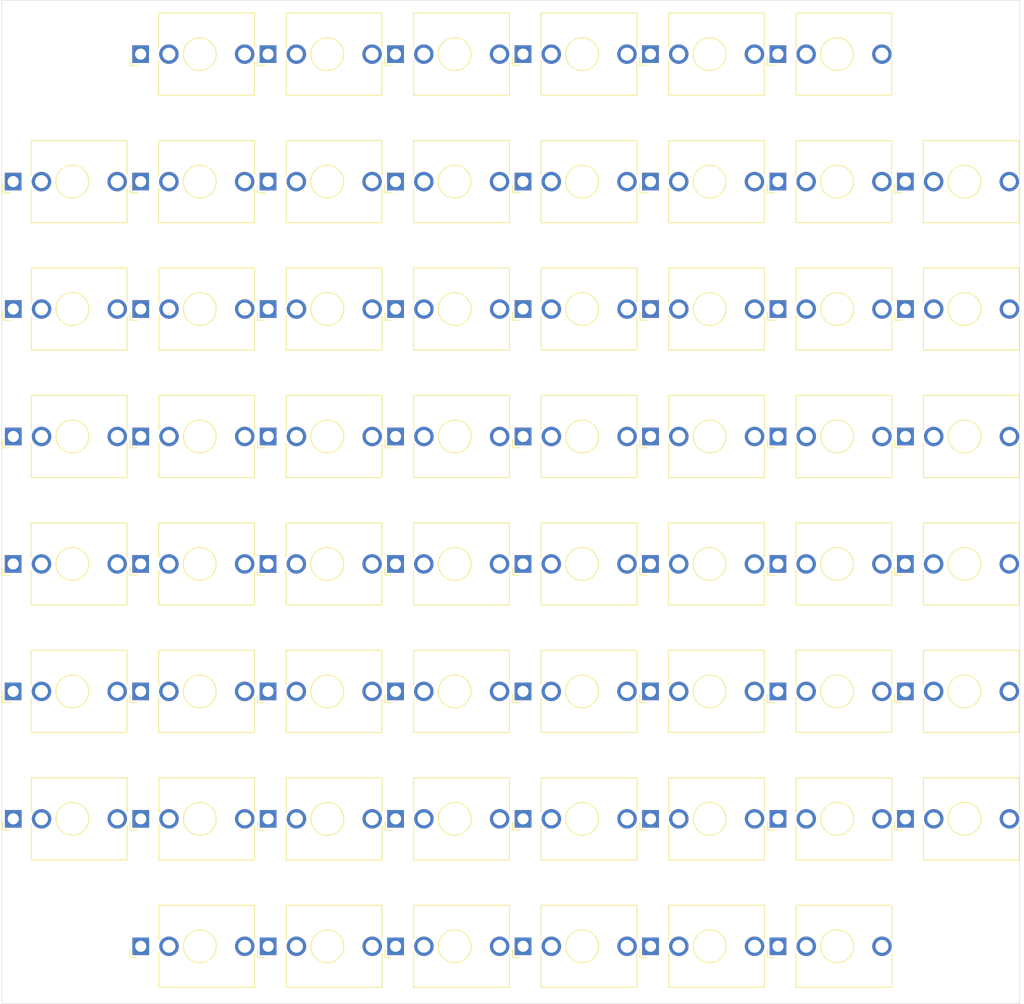
<source format=kicad_pcb>
(kicad_pcb (version 20240108) (generator "pcbnew") (generator_version "8.0")
  (layers (0 "F.Cu" signal) (31 "B.Cu" signal) (34 "B.Paste" user) (35 "F.Paste" user) (36 "B.SilkS" user "B.Silkscreen") (37 "F.SilkS" user "F.Silkscreen") (38 "B.Mask" user) (39 "F.Mask" user) (44 "Edge.Cuts" user))
  (net 0 "")
  (footprint "Connector_Audio:Jack_3.5mm_QingPu_WQP-PJ398SM_Vertical_CircularHoles" (layer "F.Cu") (at 87.63 139.7 90)
    (property "Reference" "REF**" (hide yes))
    (property "Value" "Jack_3.5mm_QingPu_WQP-PJ398SM_Vertical_CircularHoles" (hide yes))
    (pad "S" thru_hole rect (at 0 0 270) (size 1.93 1.83) (drill 1.22) (layers "*.Cu" "*.Mask"))
    (pad "T" thru_hole circle (at 0 11.4 270) (size 2.13 2.13) (drill 1.43) (layers "*.Cu" "*.Mask"))
    (pad "TN" thru_hole circle (at 0 3.1 270) (size 2.13 2.13) (drill 1.42) (layers "*.Cu" "*.Mask"))
  )
  (footprint "Connector_Audio:Jack_3.5mm_QingPu_WQP-PJ398SM_Vertical_CircularHoles" (layer "F.Cu") (at 143.4988 111.76 90)
    (property "Reference" "REF**" (hide yes))
    (property "Value" "Jack_3.5mm_QingPu_WQP-PJ398SM_Vertical_CircularHoles" (hide yes))
    (pad "S" thru_hole rect (at 0 0 270) (size 1.93 1.83) (drill 1.22) (layers "*.Cu" "*.Mask"))
    (pad "T" thru_hole circle (at 0 11.4 270) (size 2.13 2.13) (drill 1.43) (layers "*.Cu" "*.Mask"))
    (pad "TN" thru_hole circle (at 0 3.1 270) (size 2.13 2.13) (drill 1.42) (layers "*.Cu" "*.Mask"))
  )
  (footprint "Connector_Audio:Jack_3.5mm_QingPu_WQP-PJ398SM_Vertical_CircularHoles" (layer "F.Cu") (at 101.5888 55.88 90)
    (property "Reference" "REF**" (hide yes))
    (property "Value" "Jack_3.5mm_QingPu_WQP-PJ398SM_Vertical_CircularHoles" (hide yes))
    (pad "S" thru_hole rect (at 0 0 270) (size 1.93 1.83) (drill 1.22) (layers "*.Cu" "*.Mask"))
    (pad "T" thru_hole circle (at 0 11.4 270) (size 2.13 2.13) (drill 1.43) (layers "*.Cu" "*.Mask"))
    (pad "TN" thru_hole circle (at 0 3.1 270) (size 2.13 2.13) (drill 1.42) (layers "*.Cu" "*.Mask"))
  )
  (footprint "Connector_Audio:Jack_3.5mm_QingPu_WQP-PJ398SM_Vertical_CircularHoles" (layer "F.Cu") (at 157.48 125.73 90)
    (property "Reference" "REF**" (hide yes))
    (property "Value" "Jack_3.5mm_QingPu_WQP-PJ398SM_Vertical_CircularHoles" (hide yes))
    (pad "S" thru_hole rect (at 0 0 270) (size 1.93 1.83) (drill 1.22) (layers "*.Cu" "*.Mask"))
    (pad "T" thru_hole circle (at 0 11.4 270) (size 2.13 2.13) (drill 1.43) (layers "*.Cu" "*.Mask"))
    (pad "TN" thru_hole circle (at 0 3.1 270) (size 2.13 2.13) (drill 1.42) (layers "*.Cu" "*.Mask"))
  )
  (footprint "Connector_Audio:Jack_3.5mm_QingPu_WQP-PJ398SM_Vertical_CircularHoles" (layer "F.Cu") (at 143.51 139.7 90)
    (property "Reference" "REF**" (hide yes))
    (property "Value" "Jack_3.5mm_QingPu_WQP-PJ398SM_Vertical_CircularHoles" (hide yes))
    (pad "S" thru_hole rect (at 0 0 270) (size 1.93 1.83) (drill 1.22) (layers "*.Cu" "*.Mask"))
    (pad "T" thru_hole circle (at 0 11.4 270) (size 2.13 2.13) (drill 1.43) (layers "*.Cu" "*.Mask"))
    (pad "TN" thru_hole circle (at 0 3.1 270) (size 2.13 2.13) (drill 1.42) (layers "*.Cu" "*.Mask"))
  )
  (footprint "Connector_Audio:Jack_3.5mm_QingPu_WQP-PJ398SM_Vertical_CircularHoles" (layer "F.Cu") (at 129.54 125.73 90)
    (property "Reference" "REF**" (hide yes))
    (property "Value" "Jack_3.5mm_QingPu_WQP-PJ398SM_Vertical_CircularHoles" (hide yes))
    (pad "S" thru_hole rect (at 0 0 270) (size 1.93 1.83) (drill 1.22) (layers "*.Cu" "*.Mask"))
    (pad "T" thru_hole circle (at 0 11.4 270) (size 2.13 2.13) (drill 1.43) (layers "*.Cu" "*.Mask"))
    (pad "TN" thru_hole circle (at 0 3.1 270) (size 2.13 2.13) (drill 1.42) (layers "*.Cu" "*.Mask"))
  )
  (footprint "Connector_Audio:Jack_3.5mm_QingPu_WQP-PJ398SM_Vertical_CircularHoles" (layer "F.Cu") (at 101.5888 41.91 90)
    (property "Reference" "REF**" (hide yes))
    (property "Value" "Jack_3.5mm_QingPu_WQP-PJ398SM_Vertical_CircularHoles" (hide yes))
    (pad "S" thru_hole rect (at 0 0 270) (size 1.93 1.83) (drill 1.22) (layers "*.Cu" "*.Mask"))
    (pad "T" thru_hole circle (at 0 11.4 270) (size 2.13 2.13) (drill 1.43) (layers "*.Cu" "*.Mask"))
    (pad "TN" thru_hole circle (at 0 3.1 270) (size 2.13 2.13) (drill 1.42) (layers "*.Cu" "*.Mask"))
  )
  (footprint "Connector_Audio:Jack_3.5mm_QingPu_WQP-PJ398SM_Vertical_CircularHoles" (layer "F.Cu") (at 143.4988 41.91 90)
    (property "Reference" "REF**" (hide yes))
    (property "Value" "Jack_3.5mm_QingPu_WQP-PJ398SM_Vertical_CircularHoles" (hide yes))
    (pad "S" thru_hole rect (at 0 0 270) (size 1.93 1.83) (drill 1.22) (layers "*.Cu" "*.Mask"))
    (pad "T" thru_hole circle (at 0 11.4 270) (size 2.13 2.13) (drill 1.43) (layers "*.Cu" "*.Mask"))
    (pad "TN" thru_hole circle (at 0 3.1 270) (size 2.13 2.13) (drill 1.42) (layers "*.Cu" "*.Mask"))
  )
  (footprint "Connector_Audio:Jack_3.5mm_QingPu_WQP-PJ398SM_Vertical_CircularHoles" (layer "F.Cu") (at 143.51 125.73 90)
    (property "Reference" "REF**" (hide yes))
    (property "Value" "Jack_3.5mm_QingPu_WQP-PJ398SM_Vertical_CircularHoles" (hide yes))
    (pad "S" thru_hole rect (at 0 0 270) (size 1.93 1.83) (drill 1.22) (layers "*.Cu" "*.Mask"))
    (pad "T" thru_hole circle (at 0 11.4 270) (size 2.13 2.13) (drill 1.43) (layers "*.Cu" "*.Mask"))
    (pad "TN" thru_hole circle (at 0 3.1 270) (size 2.13 2.13) (drill 1.42) (layers "*.Cu" "*.Mask"))
  )
  (footprint "Connector_Audio:Jack_3.5mm_QingPu_WQP-PJ398SM_Vertical_CircularHoles" (layer "F.Cu") (at 73.66 125.73 90)
    (property "Reference" "REF**" (hide yes))
    (property "Value" "Jack_3.5mm_QingPu_WQP-PJ398SM_Vertical_CircularHoles" (hide yes))
    (pad "S" thru_hole rect (at 0 0 270) (size 1.93 1.83) (drill 1.22) (layers "*.Cu" "*.Mask"))
    (pad "T" thru_hole circle (at 0 11.4 270) (size 2.13 2.13) (drill 1.43) (layers "*.Cu" "*.Mask"))
    (pad "TN" thru_hole circle (at 0 3.1 270) (size 2.13 2.13) (drill 1.42) (layers "*.Cu" "*.Mask"))
  )
  (footprint "Connector_Audio:Jack_3.5mm_QingPu_WQP-PJ398SM_Vertical_CircularHoles" (layer "F.Cu") (at 101.5888 111.76 90)
    (property "Reference" "REF**" (hide yes))
    (property "Value" "Jack_3.5mm_QingPu_WQP-PJ398SM_Vertical_CircularHoles" (hide yes))
    (pad "S" thru_hole rect (at 0 0 270) (size 1.93 1.83) (drill 1.22) (layers "*.Cu" "*.Mask"))
    (pad "T" thru_hole circle (at 0 11.4 270) (size 2.13 2.13) (drill 1.43) (layers "*.Cu" "*.Mask"))
    (pad "TN" thru_hole circle (at 0 3.1 270) (size 2.13 2.13) (drill 1.42) (layers "*.Cu" "*.Mask"))
  )
  (footprint "Connector_Audio:Jack_3.5mm_QingPu_WQP-PJ398SM_Vertical_CircularHoles" (layer "F.Cu") (at 73.6488 55.88 90)
    (property "Reference" "REF**" (hide yes))
    (property "Value" "Jack_3.5mm_QingPu_WQP-PJ398SM_Vertical_CircularHoles" (hide yes))
    (pad "S" thru_hole rect (at 0 0 270) (size 1.93 1.83) (drill 1.22) (layers "*.Cu" "*.Mask"))
    (pad "T" thru_hole circle (at 0 11.4 270) (size 2.13 2.13) (drill 1.43) (layers "*.Cu" "*.Mask"))
    (pad "TN" thru_hole circle (at 0 3.1 270) (size 2.13 2.13) (drill 1.42) (layers "*.Cu" "*.Mask"))
  )
  (footprint "Connector_Audio:Jack_3.5mm_QingPu_WQP-PJ398SM_Vertical_CircularHoles" (layer "F.Cu") (at 87.6188 97.79 90)
    (property "Reference" "REF**" (hide yes))
    (property "Value" "Jack_3.5mm_QingPu_WQP-PJ398SM_Vertical_CircularHoles" (hide yes))
    (pad "S" thru_hole rect (at 0 0 270) (size 1.93 1.83) (drill 1.22) (layers "*.Cu" "*.Mask"))
    (pad "T" thru_hole circle (at 0 11.4 270) (size 2.13 2.13) (drill 1.43) (layers "*.Cu" "*.Mask"))
    (pad "TN" thru_hole circle (at 0 3.1 270) (size 2.13 2.13) (drill 1.42) (layers "*.Cu" "*.Mask"))
  )
  (footprint "Connector_Audio:Jack_3.5mm_QingPu_WQP-PJ398SM_Vertical_CircularHoles" (layer "F.Cu") (at 73.66 139.7 90)
    (property "Reference" "REF**" (hide yes))
    (property "Value" "Jack_3.5mm_QingPu_WQP-PJ398SM_Vertical_CircularHoles" (hide yes))
    (pad "S" thru_hole rect (at 0 0 270) (size 1.93 1.83) (drill 1.22) (layers "*.Cu" "*.Mask"))
    (pad "T" thru_hole circle (at 0 11.4 270) (size 2.13 2.13) (drill 1.43) (layers "*.Cu" "*.Mask"))
    (pad "TN" thru_hole circle (at 0 3.1 270) (size 2.13 2.13) (drill 1.42) (layers "*.Cu" "*.Mask"))
  )
  (footprint "Connector_Audio:Jack_3.5mm_QingPu_WQP-PJ398SM_Vertical_CircularHoles" (layer "F.Cu") (at 73.6488 111.76 90)
    (property "Reference" "REF**" (hide yes))
    (property "Value" "Jack_3.5mm_QingPu_WQP-PJ398SM_Vertical_CircularHoles" (hide yes))
    (pad "S" thru_hole rect (at 0 0 270) (size 1.93 1.83) (drill 1.22) (layers "*.Cu" "*.Mask"))
    (pad "T" thru_hole circle (at 0 11.4 270) (size 2.13 2.13) (drill 1.43) (layers "*.Cu" "*.Mask"))
    (pad "TN" thru_hole circle (at 0 3.1 270) (size 2.13 2.13) (drill 1.42) (layers "*.Cu" "*.Mask"))
  )
  (footprint "Connector_Audio:Jack_3.5mm_QingPu_WQP-PJ398SM_Vertical_CircularHoles" (layer "F.Cu") (at 59.6788 55.88 90)
    (property "Reference" "REF**" (hide yes))
    (property "Value" "Jack_3.5mm_QingPu_WQP-PJ398SM_Vertical_CircularHoles" (hide yes))
    (pad "S" thru_hole rect (at 0 0 270) (size 1.93 1.83) (drill 1.22) (layers "*.Cu" "*.Mask"))
    (pad "T" thru_hole circle (at 0 11.4 270) (size 2.13 2.13) (drill 1.43) (layers "*.Cu" "*.Mask"))
    (pad "TN" thru_hole circle (at 0 3.1 270) (size 2.13 2.13) (drill 1.42) (layers "*.Cu" "*.Mask"))
  )
  (footprint "Connector_Audio:Jack_3.5mm_QingPu_WQP-PJ398SM_Vertical_CircularHoles" (layer "F.Cu") (at 129.54 83.82 90)
    (property "Reference" "REF**" (hide yes))
    (property "Value" "Jack_3.5mm_QingPu_WQP-PJ398SM_Vertical_CircularHoles" (hide yes))
    (pad "S" thru_hole rect (at 0 0 270) (size 1.93 1.83) (drill 1.22) (layers "*.Cu" "*.Mask"))
    (pad "T" thru_hole circle (at 0 11.4 270) (size 2.13 2.13) (drill 1.43) (layers "*.Cu" "*.Mask"))
    (pad "TN" thru_hole circle (at 0 3.1 270) (size 2.13 2.13) (drill 1.42) (layers "*.Cu" "*.Mask"))
  )
  (footprint "Connector_Audio:Jack_3.5mm_QingPu_WQP-PJ398SM_Vertical_CircularHoles" (layer "F.Cu") (at 59.69 125.73 90)
    (property "Reference" "REF**" (hide yes))
    (property "Value" "Jack_3.5mm_QingPu_WQP-PJ398SM_Vertical_CircularHoles" (hide yes))
    (pad "S" thru_hole rect (at 0 0 270) (size 1.93 1.83) (drill 1.22) (layers "*.Cu" "*.Mask"))
    (pad "T" thru_hole circle (at 0 11.4 270) (size 2.13 2.13) (drill 1.43) (layers "*.Cu" "*.Mask"))
    (pad "TN" thru_hole circle (at 0 3.1 270) (size 2.13 2.13) (drill 1.42) (layers "*.Cu" "*.Mask"))
  )
  (footprint "Connector_Audio:Jack_3.5mm_QingPu_WQP-PJ398SM_Vertical_CircularHoles" (layer "F.Cu") (at 157.48 69.85 90)
    (property "Reference" "REF**" (hide yes))
    (property "Value" "Jack_3.5mm_QingPu_WQP-PJ398SM_Vertical_CircularHoles" (hide yes))
    (pad "S" thru_hole rect (at 0 0 270) (size 1.93 1.83) (drill 1.22) (layers "*.Cu" "*.Mask"))
    (pad "T" thru_hole circle (at 0 11.4 270) (size 2.13 2.13) (drill 1.43) (layers "*.Cu" "*.Mask"))
    (pad "TN" thru_hole circle (at 0 3.1 270) (size 2.13 2.13) (drill 1.42) (layers "*.Cu" "*.Mask"))
  )
  (footprint "Connector_Audio:Jack_3.5mm_QingPu_WQP-PJ398SM_Vertical_CircularHoles" (layer "F.Cu") (at 129.5288 41.91 90)
    (property "Reference" "REF**" (hide yes))
    (property "Value" "Jack_3.5mm_QingPu_WQP-PJ398SM_Vertical_CircularHoles" (hide yes))
    (pad "S" thru_hole rect (at 0 0 270) (size 1.93 1.83) (drill 1.22) (layers "*.Cu" "*.Mask"))
    (pad "T" thru_hole circle (at 0 11.4 270) (size 2.13 2.13) (drill 1.43) (layers "*.Cu" "*.Mask"))
    (pad "TN" thru_hole circle (at 0 3.1 270) (size 2.13 2.13) (drill 1.42) (layers "*.Cu" "*.Mask"))
  )
  (footprint "Connector_Audio:Jack_3.5mm_QingPu_WQP-PJ398SM_Vertical_CircularHoles" (layer "F.Cu") (at 59.6788 111.76 90)
    (property "Reference" "REF**" (hide yes))
    (property "Value" "Jack_3.5mm_QingPu_WQP-PJ398SM_Vertical_CircularHoles" (hide yes))
    (pad "S" thru_hole rect (at 0 0 270) (size 1.93 1.83) (drill 1.22) (layers "*.Cu" "*.Mask"))
    (pad "T" thru_hole circle (at 0 11.4 270) (size 2.13 2.13) (drill 1.43) (layers "*.Cu" "*.Mask"))
    (pad "TN" thru_hole circle (at 0 3.1 270) (size 2.13 2.13) (drill 1.42) (layers "*.Cu" "*.Mask"))
  )
  (footprint "Connector_Audio:Jack_3.5mm_QingPu_WQP-PJ398SM_Vertical_CircularHoles" (layer "F.Cu") (at 157.4688 111.76 90)
    (property "Reference" "REF**" (hide yes))
    (property "Value" "Jack_3.5mm_QingPu_WQP-PJ398SM_Vertical_CircularHoles" (hide yes))
    (pad "S" thru_hole rect (at 0 0 270) (size 1.93 1.83) (drill 1.22) (layers "*.Cu" "*.Mask"))
    (pad "T" thru_hole circle (at 0 11.4 270) (size 2.13 2.13) (drill 1.43) (layers "*.Cu" "*.Mask"))
    (pad "TN" thru_hole circle (at 0 3.1 270) (size 2.13 2.13) (drill 1.42) (layers "*.Cu" "*.Mask"))
  )
  (footprint "Connector_Audio:Jack_3.5mm_QingPu_WQP-PJ398SM_Vertical_CircularHoles" (layer "F.Cu") (at 115.57 69.85 90)
    (property "Reference" "REF**" (hide yes))
    (property "Value" "Jack_3.5mm_QingPu_WQP-PJ398SM_Vertical_CircularHoles" (hide yes))
    (pad "S" thru_hole rect (at 0 0 270) (size 1.93 1.83) (drill 1.22) (layers "*.Cu" "*.Mask"))
    (pad "T" thru_hole circle (at 0 11.4 270) (size 2.13 2.13) (drill 1.43) (layers "*.Cu" "*.Mask"))
    (pad "TN" thru_hole circle (at 0 3.1 270) (size 2.13 2.13) (drill 1.42) (layers "*.Cu" "*.Mask"))
  )
  (footprint "Connector_Audio:Jack_3.5mm_QingPu_WQP-PJ398SM_Vertical_CircularHoles" (layer "F.Cu") (at 115.5588 111.76 90)
    (property "Reference" "REF**" (hide yes))
    (property "Value" "Jack_3.5mm_QingPu_WQP-PJ398SM_Vertical_CircularHoles" (hide yes))
    (pad "S" thru_hole rect (at 0 0 270) (size 1.93 1.83) (drill 1.22) (layers "*.Cu" "*.Mask"))
    (pad "T" thru_hole circle (at 0 11.4 270) (size 2.13 2.13) (drill 1.43) (layers "*.Cu" "*.Mask"))
    (pad "TN" thru_hole circle (at 0 3.1 270) (size 2.13 2.13) (drill 1.42) (layers "*.Cu" "*.Mask"))
  )
  (footprint "Connector_Audio:Jack_3.5mm_QingPu_WQP-PJ398SM_Vertical_CircularHoles" (layer "F.Cu") (at 87.6188 41.91 90)
    (property "Reference" "REF**" (hide yes))
    (property "Value" "Jack_3.5mm_QingPu_WQP-PJ398SM_Vertical_CircularHoles" (hide yes))
    (pad "S" thru_hole rect (at 0 0 270) (size 1.93 1.83) (drill 1.22) (layers "*.Cu" "*.Mask"))
    (pad "T" thru_hole circle (at 0 11.4 270) (size 2.13 2.13) (drill 1.43) (layers "*.Cu" "*.Mask"))
    (pad "TN" thru_hole circle (at 0 3.1 270) (size 2.13 2.13) (drill 1.42) (layers "*.Cu" "*.Mask"))
  )
  (footprint "Connector_Audio:Jack_3.5mm_QingPu_WQP-PJ398SM_Vertical_CircularHoles" (layer "F.Cu") (at 129.54 69.85 90)
    (property "Reference" "REF**" (hide yes))
    (property "Value" "Jack_3.5mm_QingPu_WQP-PJ398SM_Vertical_CircularHoles" (hide yes))
    (pad "S" thru_hole rect (at 0 0 270) (size 1.93 1.83) (drill 1.22) (layers "*.Cu" "*.Mask"))
    (pad "T" thru_hole circle (at 0 11.4 270) (size 2.13 2.13) (drill 1.43) (layers "*.Cu" "*.Mask"))
    (pad "TN" thru_hole circle (at 0 3.1 270) (size 2.13 2.13) (drill 1.42) (layers "*.Cu" "*.Mask"))
  )
  (footprint "Connector_Audio:Jack_3.5mm_QingPu_WQP-PJ398SM_Vertical_CircularHoles" (layer "F.Cu") (at 143.51 83.82 90)
    (property "Reference" "REF**" (hide yes))
    (property "Value" "Jack_3.5mm_QingPu_WQP-PJ398SM_Vertical_CircularHoles" (hide yes))
    (pad "S" thru_hole rect (at 0 0 270) (size 1.93 1.83) (drill 1.22) (layers "*.Cu" "*.Mask"))
    (pad "T" thru_hole circle (at 0 11.4 270) (size 2.13 2.13) (drill 1.43) (layers "*.Cu" "*.Mask"))
    (pad "TN" thru_hole circle (at 0 3.1 270) (size 2.13 2.13) (drill 1.42) (layers "*.Cu" "*.Mask"))
  )
  (footprint "Connector_Audio:Jack_3.5mm_QingPu_WQP-PJ398SM_Vertical_CircularHoles" (layer "F.Cu") (at 115.57 125.73 90)
    (property "Reference" "REF**" (hide yes))
    (property "Value" "Jack_3.5mm_QingPu_WQP-PJ398SM_Vertical_CircularHoles" (hide yes))
    (pad "S" thru_hole rect (at 0 0 270) (size 1.93 1.83) (drill 1.22) (layers "*.Cu" "*.Mask"))
    (pad "T" thru_hole circle (at 0 11.4 270) (size 2.13 2.13) (drill 1.43) (layers "*.Cu" "*.Mask"))
    (pad "TN" thru_hole circle (at 0 3.1 270) (size 2.13 2.13) (drill 1.42) (layers "*.Cu" "*.Mask"))
  )
  (footprint "Connector_Audio:Jack_3.5mm_QingPu_WQP-PJ398SM_Vertical_CircularHoles" (layer "F.Cu") (at 73.6488 97.79 90)
    (property "Reference" "REF**" (hide yes))
    (property "Value" "Jack_3.5mm_QingPu_WQP-PJ398SM_Vertical_CircularHoles" (hide yes))
    (pad "S" thru_hole rect (at 0 0 270) (size 1.93 1.83) (drill 1.22) (layers "*.Cu" "*.Mask"))
    (pad "T" thru_hole circle (at 0 11.4 270) (size 2.13 2.13) (drill 1.43) (layers "*.Cu" "*.Mask"))
    (pad "TN" thru_hole circle (at 0 3.1 270) (size 2.13 2.13) (drill 1.42) (layers "*.Cu" "*.Mask"))
  )
  (footprint "Connector_Audio:Jack_3.5mm_QingPu_WQP-PJ398SM_Vertical_CircularHoles" (layer "F.Cu") (at 101.6 139.7 90)
    (property "Reference" "REF**" (hide yes))
    (property "Value" "Jack_3.5mm_QingPu_WQP-PJ398SM_Vertical_CircularHoles" (hide yes))
    (pad "S" thru_hole rect (at 0 0 270) (size 1.93 1.83) (drill 1.22) (layers "*.Cu" "*.Mask"))
    (pad "T" thru_hole circle (at 0 11.4 270) (size 2.13 2.13) (drill 1.43) (layers "*.Cu" "*.Mask"))
    (pad "TN" thru_hole circle (at 0 3.1 270) (size 2.13 2.13) (drill 1.42) (layers "*.Cu" "*.Mask"))
  )
  (footprint "Connector_Audio:Jack_3.5mm_QingPu_WQP-PJ398SM_Vertical_CircularHoles" (layer "F.Cu") (at 101.6 83.82 90)
    (property "Reference" "REF**" (hide yes))
    (property "Value" "Jack_3.5mm_QingPu_WQP-PJ398SM_Vertical_CircularHoles" (hide yes))
    (pad "S" thru_hole rect (at 0 0 270) (size 1.93 1.83) (drill 1.22) (layers "*.Cu" "*.Mask"))
    (pad "T" thru_hole circle (at 0 11.4 270) (size 2.13 2.13) (drill 1.43) (layers "*.Cu" "*.Mask"))
    (pad "TN" thru_hole circle (at 0 3.1 270) (size 2.13 2.13) (drill 1.42) (layers "*.Cu" "*.Mask"))
  )
  (footprint "Connector_Audio:Jack_3.5mm_QingPu_WQP-PJ398SM_Vertical_CircularHoles" (layer "F.Cu") (at 115.5588 41.91 90)
    (property "Reference" "REF**" (hide yes))
    (property "Value" "Jack_3.5mm_QingPu_WQP-PJ398SM_Vertical_CircularHoles" (hide yes))
    (pad "S" thru_hole rect (at 0 0 270) (size 1.93 1.83) (drill 1.22) (layers "*.Cu" "*.Mask"))
    (pad "T" thru_hole circle (at 0 11.4 270) (size 2.13 2.13) (drill 1.43) (layers "*.Cu" "*.Mask"))
    (pad "TN" thru_hole circle (at 0 3.1 270) (size 2.13 2.13) (drill 1.42) (layers "*.Cu" "*.Mask"))
  )
  (footprint "Connector_Audio:Jack_3.5mm_QingPu_WQP-PJ398SM_Vertical_CircularHoles" (layer "F.Cu") (at 87.6188 55.88 90)
    (property "Reference" "REF**" (hide yes))
    (property "Value" "Jack_3.5mm_QingPu_WQP-PJ398SM_Vertical_CircularHoles" (hide yes))
    (pad "S" thru_hole rect (at 0 0 270) (size 1.93 1.83) (drill 1.22) (layers "*.Cu" "*.Mask"))
    (pad "T" thru_hole circle (at 0 11.4 270) (size 2.13 2.13) (drill 1.43) (layers "*.Cu" "*.Mask"))
    (pad "TN" thru_hole circle (at 0 3.1 270) (size 2.13 2.13) (drill 1.42) (layers "*.Cu" "*.Mask"))
  )
  (footprint "Connector_Audio:Jack_3.5mm_QingPu_WQP-PJ398SM_Vertical_CircularHoles" (layer "F.Cu") (at 143.4988 97.79 90)
    (property "Reference" "REF**" (hide yes))
    (property "Value" "Jack_3.5mm_QingPu_WQP-PJ398SM_Vertical_CircularHoles" (hide yes))
    (pad "S" thru_hole rect (at 0 0 270) (size 1.93 1.83) (drill 1.22) (layers "*.Cu" "*.Mask"))
    (pad "T" thru_hole circle (at 0 11.4 270) (size 2.13 2.13) (drill 1.43) (layers "*.Cu" "*.Mask"))
    (pad "TN" thru_hole circle (at 0 3.1 270) (size 2.13 2.13) (drill 1.42) (layers "*.Cu" "*.Mask"))
  )
  (footprint "Connector_Audio:Jack_3.5mm_QingPu_WQP-PJ398SM_Vertical_CircularHoles" (layer "F.Cu") (at 129.5288 55.88 90)
    (property "Reference" "REF**" (hide yes))
    (property "Value" "Jack_3.5mm_QingPu_WQP-PJ398SM_Vertical_CircularHoles" (hide yes))
    (pad "S" thru_hole rect (at 0 0 270) (size 1.93 1.83) (drill 1.22) (layers "*.Cu" "*.Mask"))
    (pad "T" thru_hole circle (at 0 11.4 270) (size 2.13 2.13) (drill 1.43) (layers "*.Cu" "*.Mask"))
    (pad "TN" thru_hole circle (at 0 3.1 270) (size 2.13 2.13) (drill 1.42) (layers "*.Cu" "*.Mask"))
  )
  (footprint "Connector_Audio:Jack_3.5mm_QingPu_WQP-PJ398SM_Vertical_CircularHoles" (layer "F.Cu") (at 157.4688 97.79 90)
    (property "Reference" "REF**" (hide yes))
    (property "Value" "Jack_3.5mm_QingPu_WQP-PJ398SM_Vertical_CircularHoles" (hide yes))
    (pad "S" thru_hole rect (at 0 0 270) (size 1.93 1.83) (drill 1.22) (layers "*.Cu" "*.Mask"))
    (pad "T" thru_hole circle (at 0 11.4 270) (size 2.13 2.13) (drill 1.43) (layers "*.Cu" "*.Mask"))
    (pad "TN" thru_hole circle (at 0 3.1 270) (size 2.13 2.13) (drill 1.42) (layers "*.Cu" "*.Mask"))
  )
  (footprint "Connector_Audio:Jack_3.5mm_QingPu_WQP-PJ398SM_Vertical_CircularHoles" (layer "F.Cu") (at 87.63 83.82 90)
    (property "Reference" "REF**" (hide yes))
    (property "Value" "Jack_3.5mm_QingPu_WQP-PJ398SM_Vertical_CircularHoles" (hide yes))
    (pad "S" thru_hole rect (at 0 0 270) (size 1.93 1.83) (drill 1.22) (layers "*.Cu" "*.Mask"))
    (pad "T" thru_hole circle (at 0 11.4 270) (size 2.13 2.13) (drill 1.43) (layers "*.Cu" "*.Mask"))
    (pad "TN" thru_hole circle (at 0 3.1 270) (size 2.13 2.13) (drill 1.42) (layers "*.Cu" "*.Mask"))
  )
  (footprint "Connector_Audio:Jack_3.5mm_QingPu_WQP-PJ398SM_Vertical_CircularHoles" (layer "F.Cu") (at 143.51 69.85 90)
    (property "Reference" "REF**" (hide yes))
    (property "Value" "Jack_3.5mm_QingPu_WQP-PJ398SM_Vertical_CircularHoles" (hide yes))
    (pad "S" thru_hole rect (at 0 0 270) (size 1.93 1.83) (drill 1.22) (layers "*.Cu" "*.Mask"))
    (pad "T" thru_hole circle (at 0 11.4 270) (size 2.13 2.13) (drill 1.43) (layers "*.Cu" "*.Mask"))
    (pad "TN" thru_hole circle (at 0 3.1 270) (size 2.13 2.13) (drill 1.42) (layers "*.Cu" "*.Mask"))
  )
  (footprint "Connector_Audio:Jack_3.5mm_QingPu_WQP-PJ398SM_Vertical_CircularHoles" (layer "F.Cu") (at 59.6788 97.79 90)
    (property "Reference" "REF**" (hide yes))
    (property "Value" "Jack_3.5mm_QingPu_WQP-PJ398SM_Vertical_CircularHoles" (hide yes))
    (pad "S" thru_hole rect (at 0 0 270) (size 1.93 1.83) (drill 1.22) (layers "*.Cu" "*.Mask"))
    (pad "T" thru_hole circle (at 0 11.4 270) (size 2.13 2.13) (drill 1.43) (layers "*.Cu" "*.Mask"))
    (pad "TN" thru_hole circle (at 0 3.1 270) (size 2.13 2.13) (drill 1.42) (layers "*.Cu" "*.Mask"))
  )
  (footprint "Connector_Audio:Jack_3.5mm_QingPu_WQP-PJ398SM_Vertical_CircularHoles" (layer "F.Cu") (at 101.5888 97.79 90)
    (property "Reference" "REF**" (hide yes))
    (property "Value" "Jack_3.5mm_QingPu_WQP-PJ398SM_Vertical_CircularHoles" (hide yes))
    (pad "S" thru_hole rect (at 0 0 270) (size 1.93 1.83) (drill 1.22) (layers "*.Cu" "*.Mask"))
    (pad "T" thru_hole circle (at 0 11.4 270) (size 2.13 2.13) (drill 1.43) (layers "*.Cu" "*.Mask"))
    (pad "TN" thru_hole circle (at 0 3.1 270) (size 2.13 2.13) (drill 1.42) (layers "*.Cu" "*.Mask"))
  )
  (footprint "Connector_Audio:Jack_3.5mm_QingPu_WQP-PJ398SM_Vertical_CircularHoles" (layer "F.Cu") (at 115.5588 55.88 90)
    (property "Reference" "REF**" (hide yes))
    (property "Value" "Jack_3.5mm_QingPu_WQP-PJ398SM_Vertical_CircularHoles" (hide yes))
    (pad "S" thru_hole rect (at 0 0 270) (size 1.93 1.83) (drill 1.22) (layers "*.Cu" "*.Mask"))
    (pad "T" thru_hole circle (at 0 11.4 270) (size 2.13 2.13) (drill 1.43) (layers "*.Cu" "*.Mask"))
    (pad "TN" thru_hole circle (at 0 3.1 270) (size 2.13 2.13) (drill 1.42) (layers "*.Cu" "*.Mask"))
  )
  (footprint "Connector_Audio:Jack_3.5mm_QingPu_WQP-PJ398SM_Vertical_CircularHoles" (layer "F.Cu") (at 87.63 125.73 90)
    (property "Reference" "REF**" (hide yes))
    (property "Value" "Jack_3.5mm_QingPu_WQP-PJ398SM_Vertical_CircularHoles" (hide yes))
    (pad "S" thru_hole rect (at 0 0 270) (size 1.93 1.83) (drill 1.22) (layers "*.Cu" "*.Mask"))
    (pad "T" thru_hole circle (at 0 11.4 270) (size 2.13 2.13) (drill 1.43) (layers "*.Cu" "*.Mask"))
    (pad "TN" thru_hole circle (at 0 3.1 270) (size 2.13 2.13) (drill 1.42) (layers "*.Cu" "*.Mask"))
  )
  (footprint "Connector_Audio:Jack_3.5mm_QingPu_WQP-PJ398SM_Vertical_CircularHoles" (layer "F.Cu") (at 59.69 69.85 90)
    (property "Reference" "REF**" (hide yes))
    (property "Value" "Jack_3.5mm_QingPu_WQP-PJ398SM_Vertical_CircularHoles" (hide yes))
    (pad "S" thru_hole rect (at 0 0 270) (size 1.93 1.83) (drill 1.22) (layers "*.Cu" "*.Mask"))
    (pad "T" thru_hole circle (at 0 11.4 270) (size 2.13 2.13) (drill 1.43) (layers "*.Cu" "*.Mask"))
    (pad "TN" thru_hole circle (at 0 3.1 270) (size 2.13 2.13) (drill 1.42) (layers "*.Cu" "*.Mask"))
  )
  (footprint "Connector_Audio:Jack_3.5mm_QingPu_WQP-PJ398SM_Vertical_CircularHoles" (layer "F.Cu") (at 157.48 83.82 90)
    (property "Reference" "REF**" (hide yes))
    (property "Value" "Jack_3.5mm_QingPu_WQP-PJ398SM_Vertical_CircularHoles" (hide yes))
    (pad "S" thru_hole rect (at 0 0 270) (size 1.93 1.83) (drill 1.22) (layers "*.Cu" "*.Mask"))
    (pad "T" thru_hole circle (at 0 11.4 270) (size 2.13 2.13) (drill 1.43) (layers "*.Cu" "*.Mask"))
    (pad "TN" thru_hole circle (at 0 3.1 270) (size 2.13 2.13) (drill 1.42) (layers "*.Cu" "*.Mask"))
  )
  (footprint "Connector_Audio:Jack_3.5mm_QingPu_WQP-PJ398SM_Vertical_CircularHoles" (layer "F.Cu") (at 73.66 83.82 90)
    (property "Reference" "REF**" (hide yes))
    (property "Value" "Jack_3.5mm_QingPu_WQP-PJ398SM_Vertical_CircularHoles" (hide yes))
    (pad "S" thru_hole rect (at 0 0 270) (size 1.93 1.83) (drill 1.22) (layers "*.Cu" "*.Mask"))
    (pad "T" thru_hole circle (at 0 11.4 270) (size 2.13 2.13) (drill 1.43) (layers "*.Cu" "*.Mask"))
    (pad "TN" thru_hole circle (at 0 3.1 270) (size 2.13 2.13) (drill 1.42) (layers "*.Cu" "*.Mask"))
  )
  (footprint "Connector_Audio:Jack_3.5mm_QingPu_WQP-PJ398SM_Vertical_CircularHoles" (layer "F.Cu") (at 129.54 139.7 90)
    (property "Reference" "REF**" (hide yes))
    (property "Value" "Jack_3.5mm_QingPu_WQP-PJ398SM_Vertical_CircularHoles" (hide yes))
    (pad "S" thru_hole rect (at 0 0 270) (size 1.93 1.83) (drill 1.22) (layers "*.Cu" "*.Mask"))
    (pad "T" thru_hole circle (at 0 11.4 270) (size 2.13 2.13) (drill 1.43) (layers "*.Cu" "*.Mask"))
    (pad "TN" thru_hole circle (at 0 3.1 270) (size 2.13 2.13) (drill 1.42) (layers "*.Cu" "*.Mask"))
  )
  (footprint "Connector_Audio:Jack_3.5mm_QingPu_WQP-PJ398SM_Vertical_CircularHoles" (layer "F.Cu") (at 129.5288 111.76 90)
    (property "Reference" "REF**" (hide yes))
    (property "Value" "Jack_3.5mm_QingPu_WQP-PJ398SM_Vertical_CircularHoles" (hide yes))
    (pad "S" thru_hole rect (at 0 0 270) (size 1.93 1.83) (drill 1.22) (layers "*.Cu" "*.Mask"))
    (pad "T" thru_hole circle (at 0 11.4 270) (size 2.13 2.13) (drill 1.43) (layers "*.Cu" "*.Mask"))
    (pad "TN" thru_hole circle (at 0 3.1 270) (size 2.13 2.13) (drill 1.42) (layers "*.Cu" "*.Mask"))
  )
  (footprint "Connector_Audio:Jack_3.5mm_QingPu_WQP-PJ398SM_Vertical_CircularHoles" (layer "F.Cu") (at 129.5288 97.79 90)
    (property "Reference" "REF**" (hide yes))
    (property "Value" "Jack_3.5mm_QingPu_WQP-PJ398SM_Vertical_CircularHoles" (hide yes))
    (pad "S" thru_hole rect (at 0 0 270) (size 1.93 1.83) (drill 1.22) (layers "*.Cu" "*.Mask"))
    (pad "T" thru_hole circle (at 0 11.4 270) (size 2.13 2.13) (drill 1.43) (layers "*.Cu" "*.Mask"))
    (pad "TN" thru_hole circle (at 0 3.1 270) (size 2.13 2.13) (drill 1.42) (layers "*.Cu" "*.Mask"))
  )
  (footprint "Connector_Audio:Jack_3.5mm_QingPu_WQP-PJ398SM_Vertical_CircularHoles" (layer "F.Cu") (at 73.6488 41.91 90)
    (property "Reference" "REF**" (hide yes))
    (property "Value" "Jack_3.5mm_QingPu_WQP-PJ398SM_Vertical_CircularHoles" (hide yes))
    (pad "S" thru_hole rect (at 0 0 270) (size 1.93 1.83) (drill 1.22) (layers "*.Cu" "*.Mask"))
    (pad "T" thru_hole circle (at 0 11.4 270) (size 2.13 2.13) (drill 1.43) (layers "*.Cu" "*.Mask"))
    (pad "TN" thru_hole circle (at 0 3.1 270) (size 2.13 2.13) (drill 1.42) (layers "*.Cu" "*.Mask"))
  )
  (footprint "Connector_Audio:Jack_3.5mm_QingPu_WQP-PJ398SM_Vertical_CircularHoles" (layer "F.Cu") (at 143.4988 55.88 90)
    (property "Reference" "REF**" (hide yes))
    (property "Value" "Jack_3.5mm_QingPu_WQP-PJ398SM_Vertical_CircularHoles" (hide yes))
    (pad "S" thru_hole rect (at 0 0 270) (size 1.93 1.83) (drill 1.22) (layers "*.Cu" "*.Mask"))
    (pad "T" thru_hole circle (at 0 11.4 270) (size 2.13 2.13) (drill 1.43) (layers "*.Cu" "*.Mask"))
    (pad "TN" thru_hole circle (at 0 3.1 270) (size 2.13 2.13) (drill 1.42) (layers "*.Cu" "*.Mask"))
  )
  (footprint "Connector_Audio:Jack_3.5mm_QingPu_WQP-PJ398SM_Vertical_CircularHoles" (layer "F.Cu") (at 115.57 83.82 90)
    (property "Reference" "REF**" (hide yes))
    (property "Value" "Jack_3.5mm_QingPu_WQP-PJ398SM_Vertical_CircularHoles" (hide yes))
    (pad "S" thru_hole rect (at 0 0 270) (size 1.93 1.83) (drill 1.22) (layers "*.Cu" "*.Mask"))
    (pad "T" thru_hole circle (at 0 11.4 270) (size 2.13 2.13) (drill 1.43) (layers "*.Cu" "*.Mask"))
    (pad "TN" thru_hole circle (at 0 3.1 270) (size 2.13 2.13) (drill 1.42) (layers "*.Cu" "*.Mask"))
  )
  (footprint "Connector_Audio:Jack_3.5mm_QingPu_WQP-PJ398SM_Vertical_CircularHoles" (layer "F.Cu") (at 87.63 69.85 90)
    (property "Reference" "REF**" (hide yes))
    (property "Value" "Jack_3.5mm_QingPu_WQP-PJ398SM_Vertical_CircularHoles" (hide yes))
    (pad "S" thru_hole rect (at 0 0 270) (size 1.93 1.83) (drill 1.22) (layers "*.Cu" "*.Mask"))
    (pad "T" thru_hole circle (at 0 11.4 270) (size 2.13 2.13) (drill 1.43) (layers "*.Cu" "*.Mask"))
    (pad "TN" thru_hole circle (at 0 3.1 270) (size 2.13 2.13) (drill 1.42) (layers "*.Cu" "*.Mask"))
  )
  (footprint "Connector_Audio:Jack_3.5mm_QingPu_WQP-PJ398SM_Vertical_CircularHoles" (layer "F.Cu") (at 157.4688 55.88 90)
    (property "Reference" "REF**" (hide yes))
    (property "Value" "Jack_3.5mm_QingPu_WQP-PJ398SM_Vertical_CircularHoles" (hide yes))
    (pad "S" thru_hole rect (at 0 0 270) (size 1.93 1.83) (drill 1.22) (layers "*.Cu" "*.Mask"))
    (pad "T" thru_hole circle (at 0 11.4 270) (size 2.13 2.13) (drill 1.43) (layers "*.Cu" "*.Mask"))
    (pad "TN" thru_hole circle (at 0 3.1 270) (size 2.13 2.13) (drill 1.42) (layers "*.Cu" "*.Mask"))
  )
  (footprint "Connector_Audio:Jack_3.5mm_QingPu_WQP-PJ398SM_Vertical_CircularHoles" (layer "F.Cu") (at 87.6188 111.76 90)
    (property "Reference" "REF**" (hide yes))
    (property "Value" "Jack_3.5mm_QingPu_WQP-PJ398SM_Vertical_CircularHoles" (hide yes))
    (pad "S" thru_hole rect (at 0 0 270) (size 1.93 1.83) (drill 1.22) (layers "*.Cu" "*.Mask"))
    (pad "T" thru_hole circle (at 0 11.4 270) (size 2.13 2.13) (drill 1.43) (layers "*.Cu" "*.Mask"))
    (pad "TN" thru_hole circle (at 0 3.1 270) (size 2.13 2.13) (drill 1.42) (layers "*.Cu" "*.Mask"))
  )
  (footprint "Connector_Audio:Jack_3.5mm_QingPu_WQP-PJ398SM_Vertical_CircularHoles" (layer "F.Cu") (at 115.57 139.7 90)
    (property "Reference" "REF**" (hide yes))
    (property "Value" "Jack_3.5mm_QingPu_WQP-PJ398SM_Vertical_CircularHoles" (hide yes))
    (pad "S" thru_hole rect (at 0 0 270) (size 1.93 1.83) (drill 1.22) (layers "*.Cu" "*.Mask"))
    (pad "T" thru_hole circle (at 0 11.4 270) (size 2.13 2.13) (drill 1.43) (layers "*.Cu" "*.Mask"))
    (pad "TN" thru_hole circle (at 0 3.1 270) (size 2.13 2.13) (drill 1.42) (layers "*.Cu" "*.Mask"))
  )
  (footprint "Connector_Audio:Jack_3.5mm_QingPu_WQP-PJ398SM_Vertical_CircularHoles" (layer "F.Cu") (at 115.5588 97.79 90)
    (property "Reference" "REF**" (hide yes))
    (property "Value" "Jack_3.5mm_QingPu_WQP-PJ398SM_Vertical_CircularHoles" (hide yes))
    (pad "S" thru_hole rect (at 0 0 270) (size 1.93 1.83) (drill 1.22) (layers "*.Cu" "*.Mask"))
    (pad "T" thru_hole circle (at 0 11.4 270) (size 2.13 2.13) (drill 1.43) (layers "*.Cu" "*.Mask"))
    (pad "TN" thru_hole circle (at 0 3.1 270) (size 2.13 2.13) (drill 1.42) (layers "*.Cu" "*.Mask"))
  )
  (footprint "Connector_Audio:Jack_3.5mm_QingPu_WQP-PJ398SM_Vertical_CircularHoles" (layer "F.Cu") (at 59.69 83.82 90)
    (property "Reference" "REF**" (hide yes))
    (property "Value" "Jack_3.5mm_QingPu_WQP-PJ398SM_Vertical_CircularHoles" (hide yes))
    (pad "S" thru_hole rect (at 0 0 270) (size 1.93 1.83) (drill 1.22) (layers "*.Cu" "*.Mask"))
    (pad "T" thru_hole circle (at 0 11.4 270) (size 2.13 2.13) (drill 1.43) (layers "*.Cu" "*.Mask"))
    (pad "TN" thru_hole circle (at 0 3.1 270) (size 2.13 2.13) (drill 1.42) (layers "*.Cu" "*.Mask"))
  )
  (footprint "Connector_Audio:Jack_3.5mm_QingPu_WQP-PJ398SM_Vertical_CircularHoles" (layer "F.Cu") (at 101.6 69.85 90)
    (property "Reference" "REF**" (hide yes))
    (property "Value" "Jack_3.5mm_QingPu_WQP-PJ398SM_Vertical_CircularHoles" (hide yes))
    (pad "S" thru_hole rect (at 0 0 270) (size 1.93 1.83) (drill 1.22) (layers "*.Cu" "*.Mask"))
    (pad "T" thru_hole circle (at 0 11.4 270) (size 2.13 2.13) (drill 1.43) (layers "*.Cu" "*.Mask"))
    (pad "TN" thru_hole circle (at 0 3.1 270) (size 2.13 2.13) (drill 1.42) (layers "*.Cu" "*.Mask"))
  )
  (footprint "Connector_Audio:Jack_3.5mm_QingPu_WQP-PJ398SM_Vertical_CircularHoles" (layer "F.Cu") (at 73.66 69.85 90)
    (property "Reference" "REF**" (hide yes))
    (property "Value" "Jack_3.5mm_QingPu_WQP-PJ398SM_Vertical_CircularHoles" (hide yes))
    (pad "S" thru_hole rect (at 0 0 270) (size 1.93 1.83) (drill 1.22) (layers "*.Cu" "*.Mask"))
    (pad "T" thru_hole circle (at 0 11.4 270) (size 2.13 2.13) (drill 1.43) (layers "*.Cu" "*.Mask"))
    (pad "TN" thru_hole circle (at 0 3.1 270) (size 2.13 2.13) (drill 1.42) (layers "*.Cu" "*.Mask"))
  )
  (footprint "Connector_Audio:Jack_3.5mm_QingPu_WQP-PJ398SM_Vertical_CircularHoles" (layer "F.Cu") (at 101.6 125.73 90)
    (property "Reference" "REF**" (hide yes))
    (property "Value" "Jack_3.5mm_QingPu_WQP-PJ398SM_Vertical_CircularHoles" (hide yes))
    (pad "S" thru_hole rect (at 0 0 270) (size 1.93 1.83) (drill 1.22) (layers "*.Cu" "*.Mask"))
    (pad "T" thru_hole circle (at 0 11.4 270) (size 2.13 2.13) (drill 1.43) (layers "*.Cu" "*.Mask"))
    (pad "TN" thru_hole circle (at 0 3.1 270) (size 2.13 2.13) (drill 1.42) (layers "*.Cu" "*.Mask"))
  )
  (gr_line (start 58.42 146) (end 170 146) (stroke (width 0.05)) (layer "Edge.Cuts"))
  (gr_line (start 170 146) (end 170 36) (stroke (width 0.05)) (layer "Edge.Cuts"))
  (gr_line (start 58.42 36) (end 58.42 146) (stroke (width 0.05)) (layer "Edge.Cuts"))
  (gr_line (start 170 36) (end 58.42 36) (stroke (width 0.05)) (layer "Edge.Cuts"))
)
</source>
